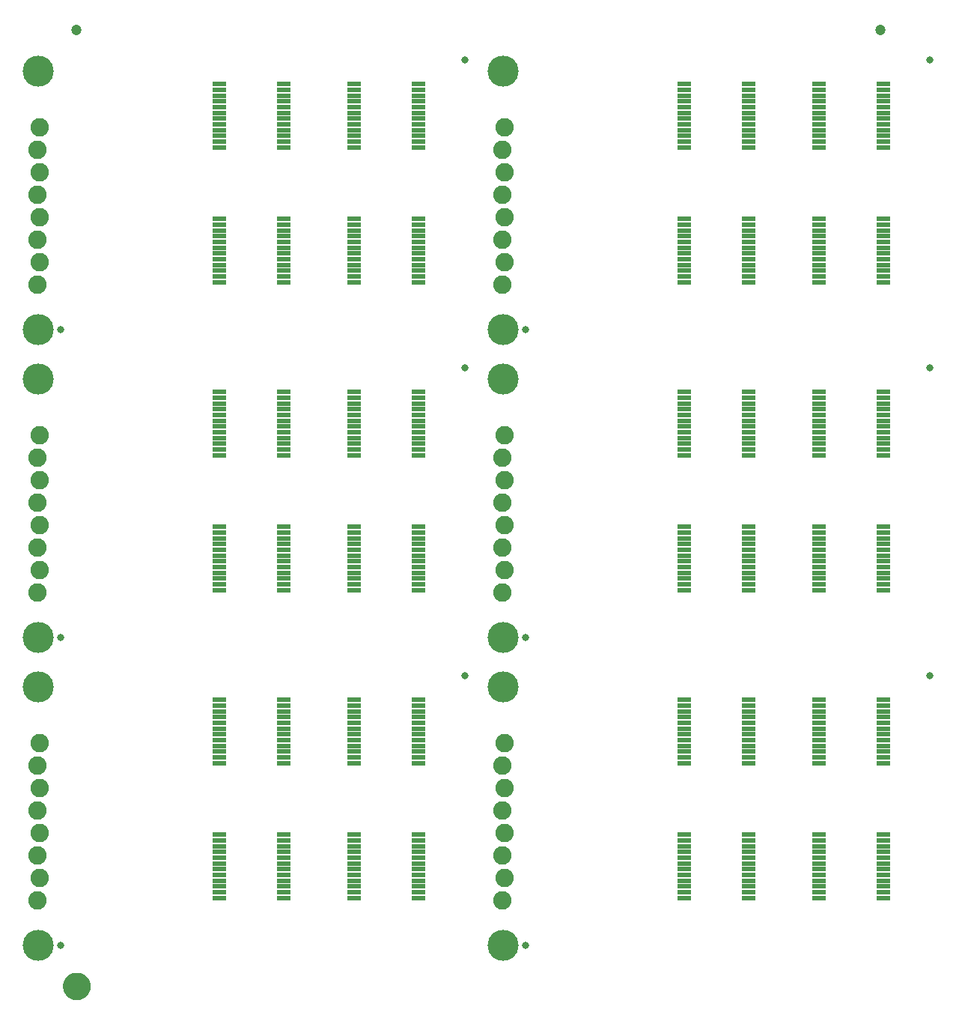
<source format=gbs>
G75*
%MOIN*%
%OFA0B0*%
%FSLAX25Y25*%
%IPPOS*%
%LPD*%
%AMOC8*
5,1,8,0,0,1.08239X$1,22.5*
%
%ADD10C,0.08200*%
%ADD11R,0.06300X0.02170*%
%ADD12C,0.13800*%
%ADD13C,0.03300*%
%ADD14C,0.04737*%
%ADD15C,0.05000*%
%ADD16C,0.06706*%
D10*
X0038000Y0058500D03*
X0039000Y0068500D03*
X0038000Y0078500D03*
X0039000Y0088500D03*
X0038000Y0098500D03*
X0039000Y0108500D03*
X0038000Y0118500D03*
X0039000Y0128500D03*
X0038000Y0195500D03*
X0039000Y0205500D03*
X0038000Y0215500D03*
X0039000Y0225500D03*
X0038000Y0235500D03*
X0039000Y0245500D03*
X0038000Y0255500D03*
X0039000Y0265500D03*
X0038000Y0332500D03*
X0039000Y0342500D03*
X0038000Y0352500D03*
X0039000Y0362500D03*
X0038000Y0372500D03*
X0039000Y0382500D03*
X0038000Y0392500D03*
X0039000Y0402500D03*
X0245000Y0392500D03*
X0246000Y0382500D03*
X0245000Y0372500D03*
X0246000Y0362500D03*
X0245000Y0352500D03*
X0246000Y0342500D03*
X0245000Y0332500D03*
X0246000Y0265500D03*
X0245000Y0255500D03*
X0246000Y0245500D03*
X0245000Y0235500D03*
X0246000Y0225500D03*
X0245000Y0215500D03*
X0246000Y0205500D03*
X0245000Y0195500D03*
X0246000Y0128500D03*
X0245000Y0118500D03*
X0246000Y0108500D03*
X0245000Y0098500D03*
X0246000Y0088500D03*
X0245000Y0078500D03*
X0246000Y0068500D03*
X0245000Y0058500D03*
X0246000Y0402500D03*
D11*
X0207894Y0403661D03*
X0207894Y0401102D03*
X0207894Y0398543D03*
X0207894Y0395984D03*
X0207894Y0393425D03*
X0207894Y0406220D03*
X0207894Y0408780D03*
X0207894Y0411339D03*
X0207894Y0413898D03*
X0207894Y0416457D03*
X0207894Y0419016D03*
X0207894Y0421575D03*
X0179106Y0421575D03*
X0179106Y0419016D03*
X0179106Y0416457D03*
X0179106Y0413898D03*
X0179106Y0411339D03*
X0179106Y0408780D03*
X0179106Y0406220D03*
X0179106Y0403661D03*
X0179106Y0401102D03*
X0179106Y0398543D03*
X0179106Y0395984D03*
X0179106Y0393425D03*
X0147894Y0393425D03*
X0147894Y0395984D03*
X0147894Y0398543D03*
X0147894Y0401102D03*
X0147894Y0403661D03*
X0147894Y0406220D03*
X0147894Y0408780D03*
X0147894Y0411339D03*
X0147894Y0413898D03*
X0147894Y0416457D03*
X0147894Y0419016D03*
X0147894Y0421575D03*
X0119106Y0421575D03*
X0119106Y0419016D03*
X0119106Y0416457D03*
X0119106Y0413898D03*
X0119106Y0411339D03*
X0119106Y0408780D03*
X0119106Y0406220D03*
X0119106Y0403661D03*
X0119106Y0401102D03*
X0119106Y0398543D03*
X0119106Y0395984D03*
X0119106Y0393425D03*
X0119106Y0361575D03*
X0119106Y0359016D03*
X0119106Y0356457D03*
X0119106Y0353898D03*
X0119106Y0351339D03*
X0119106Y0348780D03*
X0119106Y0346220D03*
X0119106Y0343661D03*
X0119106Y0341102D03*
X0119106Y0338543D03*
X0119106Y0335984D03*
X0119106Y0333425D03*
X0147894Y0333425D03*
X0147894Y0335984D03*
X0147894Y0338543D03*
X0147894Y0341102D03*
X0147894Y0343661D03*
X0147894Y0346220D03*
X0147894Y0348780D03*
X0147894Y0351339D03*
X0147894Y0353898D03*
X0147894Y0356457D03*
X0147894Y0359016D03*
X0147894Y0361575D03*
X0179106Y0361575D03*
X0179106Y0359016D03*
X0179106Y0356457D03*
X0179106Y0353898D03*
X0179106Y0351339D03*
X0179106Y0348780D03*
X0179106Y0346220D03*
X0179106Y0343661D03*
X0179106Y0341102D03*
X0179106Y0338543D03*
X0179106Y0335984D03*
X0179106Y0333425D03*
X0207894Y0333425D03*
X0207894Y0335984D03*
X0207894Y0338543D03*
X0207894Y0341102D03*
X0207894Y0343661D03*
X0207894Y0346220D03*
X0207894Y0348780D03*
X0207894Y0351339D03*
X0207894Y0353898D03*
X0207894Y0356457D03*
X0207894Y0359016D03*
X0207894Y0361575D03*
X0207894Y0284575D03*
X0207894Y0282016D03*
X0207894Y0279457D03*
X0207894Y0276898D03*
X0207894Y0274339D03*
X0207894Y0271780D03*
X0207894Y0269220D03*
X0207894Y0266661D03*
X0207894Y0264102D03*
X0207894Y0261543D03*
X0207894Y0258984D03*
X0207894Y0256425D03*
X0179106Y0256425D03*
X0179106Y0258984D03*
X0179106Y0261543D03*
X0179106Y0264102D03*
X0179106Y0266661D03*
X0179106Y0269220D03*
X0179106Y0271780D03*
X0179106Y0274339D03*
X0179106Y0276898D03*
X0179106Y0279457D03*
X0179106Y0282016D03*
X0179106Y0284575D03*
X0147894Y0284575D03*
X0147894Y0282016D03*
X0147894Y0279457D03*
X0147894Y0276898D03*
X0147894Y0274339D03*
X0147894Y0271780D03*
X0147894Y0269220D03*
X0147894Y0266661D03*
X0147894Y0264102D03*
X0147894Y0261543D03*
X0147894Y0258984D03*
X0147894Y0256425D03*
X0119106Y0256425D03*
X0119106Y0258984D03*
X0119106Y0261543D03*
X0119106Y0264102D03*
X0119106Y0266661D03*
X0119106Y0269220D03*
X0119106Y0271780D03*
X0119106Y0274339D03*
X0119106Y0276898D03*
X0119106Y0279457D03*
X0119106Y0282016D03*
X0119106Y0284575D03*
X0119106Y0224575D03*
X0119106Y0222016D03*
X0119106Y0219457D03*
X0119106Y0216898D03*
X0119106Y0214339D03*
X0119106Y0211780D03*
X0119106Y0209220D03*
X0119106Y0206661D03*
X0119106Y0204102D03*
X0119106Y0201543D03*
X0119106Y0198984D03*
X0119106Y0196425D03*
X0147894Y0196425D03*
X0147894Y0198984D03*
X0147894Y0201543D03*
X0147894Y0204102D03*
X0147894Y0206661D03*
X0147894Y0209220D03*
X0147894Y0211780D03*
X0147894Y0214339D03*
X0147894Y0216898D03*
X0147894Y0219457D03*
X0147894Y0222016D03*
X0147894Y0224575D03*
X0179106Y0224575D03*
X0179106Y0222016D03*
X0179106Y0219457D03*
X0179106Y0216898D03*
X0179106Y0214339D03*
X0179106Y0211780D03*
X0179106Y0209220D03*
X0179106Y0206661D03*
X0179106Y0204102D03*
X0179106Y0201543D03*
X0179106Y0198984D03*
X0179106Y0196425D03*
X0207894Y0196425D03*
X0207894Y0198984D03*
X0207894Y0201543D03*
X0207894Y0204102D03*
X0207894Y0206661D03*
X0207894Y0209220D03*
X0207894Y0211780D03*
X0207894Y0214339D03*
X0207894Y0216898D03*
X0207894Y0219457D03*
X0207894Y0222016D03*
X0207894Y0224575D03*
X0207894Y0147575D03*
X0207894Y0145016D03*
X0207894Y0142457D03*
X0207894Y0139898D03*
X0207894Y0137339D03*
X0207894Y0134780D03*
X0207894Y0132220D03*
X0207894Y0129661D03*
X0207894Y0127102D03*
X0207894Y0124543D03*
X0207894Y0121984D03*
X0207894Y0119425D03*
X0179106Y0119425D03*
X0179106Y0121984D03*
X0179106Y0124543D03*
X0179106Y0127102D03*
X0179106Y0129661D03*
X0179106Y0132220D03*
X0179106Y0134780D03*
X0179106Y0137339D03*
X0179106Y0139898D03*
X0179106Y0142457D03*
X0179106Y0145016D03*
X0179106Y0147575D03*
X0147894Y0147575D03*
X0147894Y0145016D03*
X0147894Y0142457D03*
X0147894Y0139898D03*
X0147894Y0137339D03*
X0147894Y0134780D03*
X0147894Y0132220D03*
X0147894Y0129661D03*
X0147894Y0127102D03*
X0147894Y0124543D03*
X0147894Y0121984D03*
X0147894Y0119425D03*
X0119106Y0119425D03*
X0119106Y0121984D03*
X0119106Y0124543D03*
X0119106Y0127102D03*
X0119106Y0129661D03*
X0119106Y0132220D03*
X0119106Y0134780D03*
X0119106Y0137339D03*
X0119106Y0139898D03*
X0119106Y0142457D03*
X0119106Y0145016D03*
X0119106Y0147575D03*
X0119106Y0087575D03*
X0119106Y0085016D03*
X0119106Y0082457D03*
X0119106Y0079898D03*
X0119106Y0077339D03*
X0119106Y0074780D03*
X0119106Y0072220D03*
X0119106Y0069661D03*
X0119106Y0067102D03*
X0119106Y0064543D03*
X0119106Y0061984D03*
X0119106Y0059425D03*
X0147894Y0059425D03*
X0147894Y0061984D03*
X0147894Y0064543D03*
X0147894Y0067102D03*
X0147894Y0069661D03*
X0147894Y0072220D03*
X0147894Y0074780D03*
X0147894Y0077339D03*
X0147894Y0079898D03*
X0147894Y0082457D03*
X0147894Y0085016D03*
X0147894Y0087575D03*
X0179106Y0087575D03*
X0179106Y0085016D03*
X0179106Y0082457D03*
X0179106Y0079898D03*
X0179106Y0077339D03*
X0179106Y0074780D03*
X0179106Y0072220D03*
X0179106Y0069661D03*
X0179106Y0067102D03*
X0179106Y0064543D03*
X0179106Y0061984D03*
X0179106Y0059425D03*
X0207894Y0059425D03*
X0207894Y0061984D03*
X0207894Y0064543D03*
X0207894Y0067102D03*
X0207894Y0069661D03*
X0207894Y0072220D03*
X0207894Y0074780D03*
X0207894Y0077339D03*
X0207894Y0079898D03*
X0207894Y0082457D03*
X0207894Y0085016D03*
X0207894Y0087575D03*
X0326106Y0087575D03*
X0326106Y0085016D03*
X0326106Y0082457D03*
X0326106Y0079898D03*
X0326106Y0077339D03*
X0326106Y0074780D03*
X0326106Y0072220D03*
X0326106Y0069661D03*
X0326106Y0067102D03*
X0326106Y0064543D03*
X0326106Y0061984D03*
X0326106Y0059425D03*
X0354894Y0059425D03*
X0354894Y0061984D03*
X0354894Y0064543D03*
X0354894Y0067102D03*
X0354894Y0069661D03*
X0354894Y0072220D03*
X0354894Y0074780D03*
X0354894Y0077339D03*
X0354894Y0079898D03*
X0354894Y0082457D03*
X0354894Y0085016D03*
X0354894Y0087575D03*
X0386106Y0087575D03*
X0386106Y0085016D03*
X0386106Y0082457D03*
X0386106Y0079898D03*
X0386106Y0077339D03*
X0386106Y0074780D03*
X0386106Y0072220D03*
X0386106Y0069661D03*
X0386106Y0067102D03*
X0386106Y0064543D03*
X0386106Y0061984D03*
X0386106Y0059425D03*
X0414894Y0059425D03*
X0414894Y0061984D03*
X0414894Y0064543D03*
X0414894Y0067102D03*
X0414894Y0069661D03*
X0414894Y0072220D03*
X0414894Y0074780D03*
X0414894Y0077339D03*
X0414894Y0079898D03*
X0414894Y0082457D03*
X0414894Y0085016D03*
X0414894Y0087575D03*
X0414894Y0119425D03*
X0414894Y0121984D03*
X0414894Y0124543D03*
X0414894Y0127102D03*
X0414894Y0129661D03*
X0414894Y0132220D03*
X0414894Y0134780D03*
X0414894Y0137339D03*
X0414894Y0139898D03*
X0414894Y0142457D03*
X0414894Y0145016D03*
X0414894Y0147575D03*
X0386106Y0147575D03*
X0386106Y0145016D03*
X0386106Y0142457D03*
X0386106Y0139898D03*
X0386106Y0137339D03*
X0386106Y0134780D03*
X0386106Y0132220D03*
X0386106Y0129661D03*
X0386106Y0127102D03*
X0386106Y0124543D03*
X0386106Y0121984D03*
X0386106Y0119425D03*
X0354894Y0119425D03*
X0354894Y0121984D03*
X0354894Y0124543D03*
X0354894Y0127102D03*
X0354894Y0129661D03*
X0354894Y0132220D03*
X0354894Y0134780D03*
X0354894Y0137339D03*
X0354894Y0139898D03*
X0354894Y0142457D03*
X0354894Y0145016D03*
X0354894Y0147575D03*
X0326106Y0147575D03*
X0326106Y0145016D03*
X0326106Y0142457D03*
X0326106Y0139898D03*
X0326106Y0137339D03*
X0326106Y0134780D03*
X0326106Y0132220D03*
X0326106Y0129661D03*
X0326106Y0127102D03*
X0326106Y0124543D03*
X0326106Y0121984D03*
X0326106Y0119425D03*
X0326106Y0196425D03*
X0326106Y0198984D03*
X0326106Y0201543D03*
X0326106Y0204102D03*
X0326106Y0206661D03*
X0326106Y0209220D03*
X0326106Y0211780D03*
X0326106Y0214339D03*
X0326106Y0216898D03*
X0326106Y0219457D03*
X0326106Y0222016D03*
X0326106Y0224575D03*
X0354894Y0224575D03*
X0354894Y0222016D03*
X0354894Y0219457D03*
X0354894Y0216898D03*
X0354894Y0214339D03*
X0354894Y0211780D03*
X0354894Y0209220D03*
X0354894Y0206661D03*
X0354894Y0204102D03*
X0354894Y0201543D03*
X0354894Y0198984D03*
X0354894Y0196425D03*
X0386106Y0196425D03*
X0386106Y0198984D03*
X0386106Y0201543D03*
X0386106Y0204102D03*
X0386106Y0206661D03*
X0386106Y0209220D03*
X0386106Y0211780D03*
X0386106Y0214339D03*
X0386106Y0216898D03*
X0386106Y0219457D03*
X0386106Y0222016D03*
X0386106Y0224575D03*
X0414894Y0224575D03*
X0414894Y0222016D03*
X0414894Y0219457D03*
X0414894Y0216898D03*
X0414894Y0214339D03*
X0414894Y0211780D03*
X0414894Y0209220D03*
X0414894Y0206661D03*
X0414894Y0204102D03*
X0414894Y0201543D03*
X0414894Y0198984D03*
X0414894Y0196425D03*
X0414894Y0256425D03*
X0414894Y0258984D03*
X0414894Y0261543D03*
X0414894Y0264102D03*
X0414894Y0266661D03*
X0414894Y0269220D03*
X0414894Y0271780D03*
X0414894Y0274339D03*
X0414894Y0276898D03*
X0414894Y0279457D03*
X0414894Y0282016D03*
X0414894Y0284575D03*
X0386106Y0284575D03*
X0386106Y0282016D03*
X0386106Y0279457D03*
X0386106Y0276898D03*
X0386106Y0274339D03*
X0386106Y0271780D03*
X0386106Y0269220D03*
X0386106Y0266661D03*
X0386106Y0264102D03*
X0386106Y0261543D03*
X0386106Y0258984D03*
X0386106Y0256425D03*
X0354894Y0256425D03*
X0354894Y0258984D03*
X0354894Y0261543D03*
X0354894Y0264102D03*
X0354894Y0266661D03*
X0354894Y0269220D03*
X0354894Y0271780D03*
X0354894Y0274339D03*
X0354894Y0276898D03*
X0354894Y0279457D03*
X0354894Y0282016D03*
X0354894Y0284575D03*
X0326106Y0284575D03*
X0326106Y0282016D03*
X0326106Y0279457D03*
X0326106Y0276898D03*
X0326106Y0274339D03*
X0326106Y0271780D03*
X0326106Y0269220D03*
X0326106Y0266661D03*
X0326106Y0264102D03*
X0326106Y0261543D03*
X0326106Y0258984D03*
X0326106Y0256425D03*
X0326106Y0333425D03*
X0326106Y0335984D03*
X0326106Y0338543D03*
X0326106Y0341102D03*
X0326106Y0343661D03*
X0326106Y0346220D03*
X0326106Y0348780D03*
X0326106Y0351339D03*
X0326106Y0353898D03*
X0326106Y0356457D03*
X0326106Y0359016D03*
X0326106Y0361575D03*
X0354894Y0361575D03*
X0354894Y0359016D03*
X0354894Y0356457D03*
X0354894Y0353898D03*
X0354894Y0351339D03*
X0354894Y0348780D03*
X0354894Y0346220D03*
X0354894Y0343661D03*
X0354894Y0341102D03*
X0354894Y0338543D03*
X0354894Y0335984D03*
X0354894Y0333425D03*
X0386106Y0333425D03*
X0386106Y0335984D03*
X0386106Y0338543D03*
X0386106Y0341102D03*
X0386106Y0343661D03*
X0386106Y0346220D03*
X0386106Y0348780D03*
X0386106Y0351339D03*
X0386106Y0353898D03*
X0386106Y0356457D03*
X0386106Y0359016D03*
X0386106Y0361575D03*
X0414894Y0361575D03*
X0414894Y0359016D03*
X0414894Y0356457D03*
X0414894Y0353898D03*
X0414894Y0351339D03*
X0414894Y0348780D03*
X0414894Y0346220D03*
X0414894Y0343661D03*
X0414894Y0341102D03*
X0414894Y0338543D03*
X0414894Y0335984D03*
X0414894Y0333425D03*
X0414894Y0393425D03*
X0414894Y0395984D03*
X0414894Y0398543D03*
X0414894Y0401102D03*
X0414894Y0403661D03*
X0414894Y0406220D03*
X0414894Y0408780D03*
X0414894Y0411339D03*
X0414894Y0413898D03*
X0414894Y0416457D03*
X0414894Y0419016D03*
X0414894Y0421575D03*
X0386106Y0421575D03*
X0386106Y0419016D03*
X0386106Y0416457D03*
X0386106Y0413898D03*
X0386106Y0411339D03*
X0386106Y0408780D03*
X0386106Y0406220D03*
X0386106Y0403661D03*
X0386106Y0401102D03*
X0386106Y0398543D03*
X0386106Y0395984D03*
X0386106Y0393425D03*
X0354894Y0393425D03*
X0354894Y0395984D03*
X0354894Y0398543D03*
X0354894Y0401102D03*
X0354894Y0403661D03*
X0354894Y0406220D03*
X0354894Y0408780D03*
X0354894Y0411339D03*
X0354894Y0413898D03*
X0354894Y0416457D03*
X0354894Y0419016D03*
X0354894Y0421575D03*
X0326106Y0421575D03*
X0326106Y0419016D03*
X0326106Y0416457D03*
X0326106Y0413898D03*
X0326106Y0411339D03*
X0326106Y0408780D03*
X0326106Y0406220D03*
X0326106Y0403661D03*
X0326106Y0401102D03*
X0326106Y0398543D03*
X0326106Y0395984D03*
X0326106Y0393425D03*
D12*
X0038500Y0038500D03*
X0038500Y0153500D03*
X0038500Y0175500D03*
X0038500Y0290500D03*
X0038500Y0312500D03*
X0038500Y0427500D03*
X0245500Y0427500D03*
X0245500Y0312500D03*
X0245500Y0290500D03*
X0245500Y0175500D03*
X0245500Y0153500D03*
X0245500Y0038500D03*
D13*
X0255500Y0038500D03*
X0228500Y0158500D03*
X0255500Y0175500D03*
X0228500Y0295500D03*
X0255500Y0312500D03*
X0228500Y0432500D03*
X0048500Y0312500D03*
X0048500Y0175500D03*
X0048500Y0038500D03*
X0435500Y0158500D03*
X0435500Y0295500D03*
X0435500Y0432500D03*
D14*
X0413500Y0445750D03*
X0055500Y0445750D03*
D15*
X0051935Y0020250D02*
X0051937Y0020369D01*
X0051943Y0020488D01*
X0051953Y0020607D01*
X0051967Y0020725D01*
X0051985Y0020843D01*
X0052006Y0020960D01*
X0052032Y0021076D01*
X0052062Y0021192D01*
X0052095Y0021306D01*
X0052132Y0021419D01*
X0052173Y0021531D01*
X0052218Y0021642D01*
X0052266Y0021751D01*
X0052318Y0021858D01*
X0052374Y0021963D01*
X0052433Y0022067D01*
X0052495Y0022168D01*
X0052561Y0022268D01*
X0052630Y0022365D01*
X0052702Y0022459D01*
X0052778Y0022552D01*
X0052856Y0022641D01*
X0052937Y0022728D01*
X0053022Y0022813D01*
X0053109Y0022894D01*
X0053198Y0022972D01*
X0053291Y0023048D01*
X0053385Y0023120D01*
X0053482Y0023189D01*
X0053582Y0023255D01*
X0053683Y0023317D01*
X0053787Y0023376D01*
X0053892Y0023432D01*
X0053999Y0023484D01*
X0054108Y0023532D01*
X0054219Y0023577D01*
X0054331Y0023618D01*
X0054444Y0023655D01*
X0054558Y0023688D01*
X0054674Y0023718D01*
X0054790Y0023744D01*
X0054907Y0023765D01*
X0055025Y0023783D01*
X0055143Y0023797D01*
X0055262Y0023807D01*
X0055381Y0023813D01*
X0055500Y0023815D01*
X0055619Y0023813D01*
X0055738Y0023807D01*
X0055857Y0023797D01*
X0055975Y0023783D01*
X0056093Y0023765D01*
X0056210Y0023744D01*
X0056326Y0023718D01*
X0056442Y0023688D01*
X0056556Y0023655D01*
X0056669Y0023618D01*
X0056781Y0023577D01*
X0056892Y0023532D01*
X0057001Y0023484D01*
X0057108Y0023432D01*
X0057213Y0023376D01*
X0057317Y0023317D01*
X0057418Y0023255D01*
X0057518Y0023189D01*
X0057615Y0023120D01*
X0057709Y0023048D01*
X0057802Y0022972D01*
X0057891Y0022894D01*
X0057978Y0022813D01*
X0058063Y0022728D01*
X0058144Y0022641D01*
X0058222Y0022552D01*
X0058298Y0022459D01*
X0058370Y0022365D01*
X0058439Y0022268D01*
X0058505Y0022168D01*
X0058567Y0022067D01*
X0058626Y0021963D01*
X0058682Y0021858D01*
X0058734Y0021751D01*
X0058782Y0021642D01*
X0058827Y0021531D01*
X0058868Y0021419D01*
X0058905Y0021306D01*
X0058938Y0021192D01*
X0058968Y0021076D01*
X0058994Y0020960D01*
X0059015Y0020843D01*
X0059033Y0020725D01*
X0059047Y0020607D01*
X0059057Y0020488D01*
X0059063Y0020369D01*
X0059065Y0020250D01*
X0059063Y0020131D01*
X0059057Y0020012D01*
X0059047Y0019893D01*
X0059033Y0019775D01*
X0059015Y0019657D01*
X0058994Y0019540D01*
X0058968Y0019424D01*
X0058938Y0019308D01*
X0058905Y0019194D01*
X0058868Y0019081D01*
X0058827Y0018969D01*
X0058782Y0018858D01*
X0058734Y0018749D01*
X0058682Y0018642D01*
X0058626Y0018537D01*
X0058567Y0018433D01*
X0058505Y0018332D01*
X0058439Y0018232D01*
X0058370Y0018135D01*
X0058298Y0018041D01*
X0058222Y0017948D01*
X0058144Y0017859D01*
X0058063Y0017772D01*
X0057978Y0017687D01*
X0057891Y0017606D01*
X0057802Y0017528D01*
X0057709Y0017452D01*
X0057615Y0017380D01*
X0057518Y0017311D01*
X0057418Y0017245D01*
X0057317Y0017183D01*
X0057213Y0017124D01*
X0057108Y0017068D01*
X0057001Y0017016D01*
X0056892Y0016968D01*
X0056781Y0016923D01*
X0056669Y0016882D01*
X0056556Y0016845D01*
X0056442Y0016812D01*
X0056326Y0016782D01*
X0056210Y0016756D01*
X0056093Y0016735D01*
X0055975Y0016717D01*
X0055857Y0016703D01*
X0055738Y0016693D01*
X0055619Y0016687D01*
X0055500Y0016685D01*
X0055381Y0016687D01*
X0055262Y0016693D01*
X0055143Y0016703D01*
X0055025Y0016717D01*
X0054907Y0016735D01*
X0054790Y0016756D01*
X0054674Y0016782D01*
X0054558Y0016812D01*
X0054444Y0016845D01*
X0054331Y0016882D01*
X0054219Y0016923D01*
X0054108Y0016968D01*
X0053999Y0017016D01*
X0053892Y0017068D01*
X0053787Y0017124D01*
X0053683Y0017183D01*
X0053582Y0017245D01*
X0053482Y0017311D01*
X0053385Y0017380D01*
X0053291Y0017452D01*
X0053198Y0017528D01*
X0053109Y0017606D01*
X0053022Y0017687D01*
X0052937Y0017772D01*
X0052856Y0017859D01*
X0052778Y0017948D01*
X0052702Y0018041D01*
X0052630Y0018135D01*
X0052561Y0018232D01*
X0052495Y0018332D01*
X0052433Y0018433D01*
X0052374Y0018537D01*
X0052318Y0018642D01*
X0052266Y0018749D01*
X0052218Y0018858D01*
X0052173Y0018969D01*
X0052132Y0019081D01*
X0052095Y0019194D01*
X0052062Y0019308D01*
X0052032Y0019424D01*
X0052006Y0019540D01*
X0051985Y0019657D01*
X0051967Y0019775D01*
X0051953Y0019893D01*
X0051943Y0020012D01*
X0051937Y0020131D01*
X0051935Y0020250D01*
D16*
X0055500Y0020250D03*
M02*

</source>
